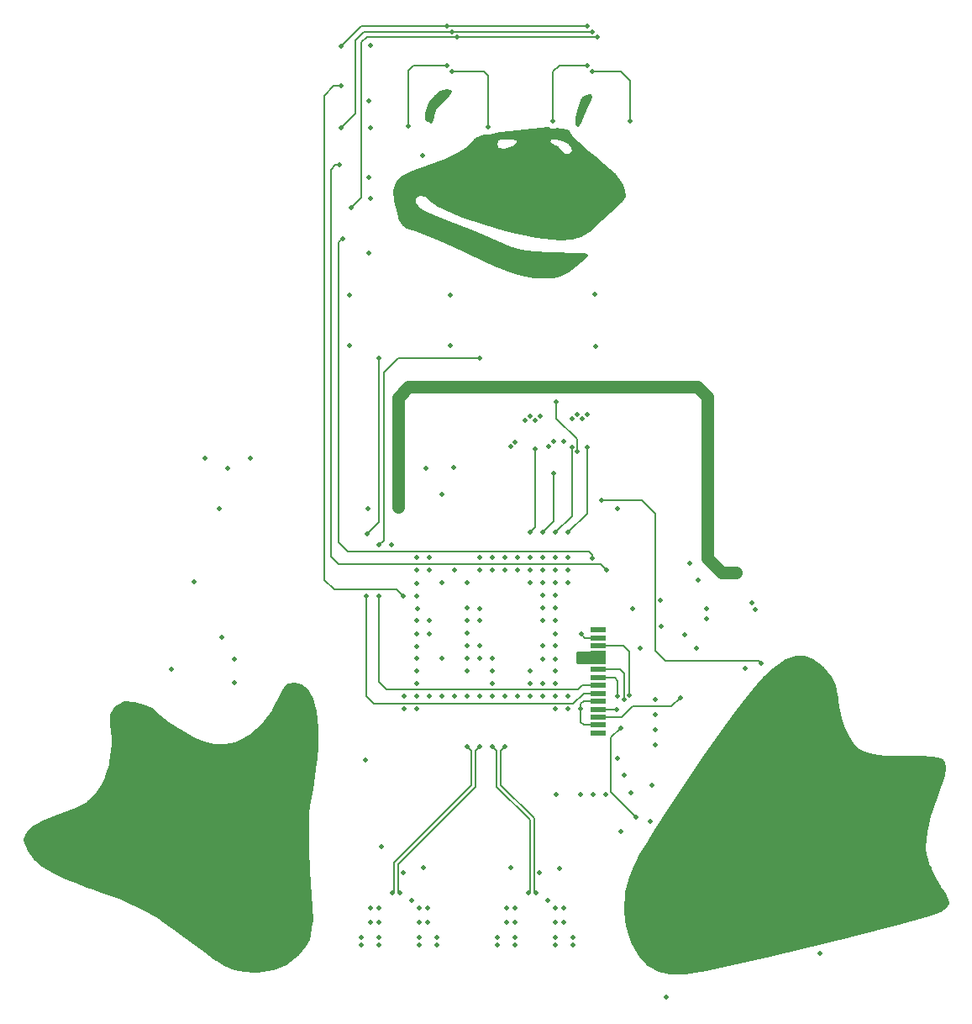
<source format=gbr>
G04 #@! TF.GenerationSoftware,KiCad,Pcbnew,(2018-02-05 revision d1a45d147)-makepkg*
G04 #@! TF.CreationDate,2019-11-12T11:54:18-08:00*
G04 #@! TF.ProjectId,lichen-badge,6C696368656E2D62616467652E6B6963,rev?*
G04 #@! TF.SameCoordinates,Original*
G04 #@! TF.FileFunction,Copper,L4,Bot,Signal*
G04 #@! TF.FilePolarity,Positive*
%FSLAX46Y46*%
G04 Gerber Fmt 4.6, Leading zero omitted, Abs format (unit mm)*
G04 Created by KiCad (PCBNEW (2018-02-05 revision d1a45d147)-makepkg) date 11/12/19 11:54:18*
%MOMM*%
%LPD*%
G01*
G04 APERTURE LIST*
%ADD10R,1.500000X0.500000*%
%ADD11C,0.508000*%
%ADD12C,0.152400*%
%ADD13C,1.270000*%
%ADD14C,0.200000*%
%ADD15C,0.254000*%
G04 APERTURE END LIST*
D10*
X110220400Y-145662000D03*
X110220400Y-144862000D03*
X110220400Y-144062000D03*
X110220400Y-143262000D03*
X110220400Y-142462000D03*
X110220400Y-141662000D03*
X110220400Y-140862000D03*
X110220400Y-140062000D03*
X110220400Y-139262000D03*
X110220400Y-138462000D03*
X110220400Y-137662000D03*
X110220400Y-136862000D03*
X110220400Y-136062000D03*
X110220400Y-135262000D03*
D11*
X105257600Y-116763800D03*
X105765600Y-116332000D03*
X109093000Y-113614200D03*
X108610400Y-114046000D03*
X90678000Y-141986000D03*
X91965781Y-130581399D03*
X101396800Y-116814600D03*
X101879400Y-116357400D03*
X91968323Y-131843779D03*
X91983560Y-133111240D03*
X91973400Y-134355840D03*
X91968320Y-135653780D03*
X91970860Y-136908540D03*
X93218000Y-135653780D03*
X93215460Y-134345680D03*
X98300540Y-133101080D03*
X98285300Y-134350760D03*
X98282760Y-136903460D03*
X97030540Y-136895840D03*
X91968320Y-129286000D03*
X93212920Y-129286000D03*
X91968320Y-127980440D03*
X93220540Y-127975360D03*
X95758000Y-129235200D03*
X98298000Y-129235200D03*
X100838000Y-127965200D03*
X102108000Y-127965200D03*
X102108000Y-129286000D03*
X100838000Y-129286000D03*
X99568000Y-129286000D03*
X91973400Y-138176000D03*
X91973400Y-139420600D03*
X91973400Y-140716000D03*
X91973400Y-141986000D03*
X93218000Y-141986000D03*
X94513400Y-141986000D03*
X95783400Y-141986000D03*
X97028000Y-141986000D03*
X98323400Y-141986000D03*
X99568000Y-141986000D03*
X99568000Y-140690600D03*
X99568000Y-139420600D03*
X99568000Y-138150600D03*
X97028000Y-133096000D03*
X97028000Y-134340600D03*
X97028000Y-135636000D03*
X97028000Y-138150600D03*
X98298000Y-138150600D03*
X91973400Y-143256000D03*
X90678000Y-143256000D03*
X100838000Y-141986000D03*
X102108000Y-141986000D03*
X103378000Y-141986000D03*
X104648000Y-141986000D03*
X104648000Y-140690600D03*
X103378000Y-140690600D03*
X103378000Y-139420600D03*
X105918000Y-139420600D03*
X105918000Y-140690600D03*
X105918000Y-138201400D03*
X104648000Y-138201400D03*
X104648000Y-136906000D03*
X105918000Y-136906000D03*
X105918000Y-135661400D03*
X105918000Y-134366000D03*
X104673400Y-134366000D03*
X104673400Y-133096000D03*
X105918000Y-133096000D03*
X105918000Y-131800600D03*
X105918000Y-130556000D03*
X105918000Y-129286000D03*
X104648000Y-129286000D03*
X104648000Y-130556000D03*
X104648000Y-131800600D03*
X103378000Y-130556000D03*
X103378000Y-129286000D03*
X103378000Y-127965200D03*
X104648000Y-127965200D03*
X105918000Y-127965200D03*
X107188000Y-127965200D03*
X107188000Y-129286000D03*
X107188000Y-130556000D03*
X105918000Y-141986000D03*
X107188000Y-141986000D03*
X107188000Y-143256000D03*
X105918000Y-143256000D03*
X102870000Y-114198400D03*
X103378000Y-113766600D03*
X103886000Y-114198400D03*
X104368600Y-113766600D03*
X86791800Y-148412200D03*
X86995000Y-123063000D03*
X112141000Y-123063000D03*
X112141000Y-148209000D03*
X121183400Y-133121400D03*
X121183400Y-134137400D03*
X113741200Y-133123940D03*
X116586000Y-134884160D03*
X118986300Y-135788400D03*
X119489220Y-128572260D03*
X125719840Y-132544820D03*
X126037340Y-133187440D03*
X70589140Y-117955060D03*
X72867520Y-119039640D03*
X75135740Y-117955060D03*
X88386920Y-157109160D03*
X85140800Y-101518720D03*
X95305880Y-101523800D03*
X92859860Y-118996460D03*
X95666320Y-118874300D03*
X85138260Y-106667300D03*
X95303340Y-106639360D03*
X109979460Y-106725720D03*
X109931200Y-101452680D03*
X90601800Y-159715200D03*
X91465400Y-162534600D03*
X105181400Y-162560000D03*
X98323400Y-127965200D03*
X99568000Y-127965200D03*
X104310180Y-159682180D03*
X106352340Y-159260540D03*
X92656660Y-159245300D03*
X105968800Y-151815800D03*
X69496940Y-130456940D03*
X72019160Y-123075700D03*
X67177920Y-139197080D03*
X73553320Y-140609320D03*
X73560940Y-138247120D03*
X72260460Y-136034780D03*
X115448080Y-154541220D03*
X112514380Y-155610560D03*
X113565940Y-151691340D03*
X112862360Y-149905720D03*
X108498640Y-135648700D03*
X108491020Y-143253460D03*
X125041660Y-139136120D03*
X87122000Y-97332800D03*
X87122000Y-89712800D03*
X87147400Y-81965800D03*
X87274400Y-91795600D03*
X87325200Y-84683600D03*
X87325200Y-76454000D03*
X103886000Y-117017874D03*
X103378000Y-125476000D03*
X104648000Y-125476000D03*
X105765600Y-119507000D03*
X105918000Y-125476000D03*
X107594400Y-116890800D03*
X107188000Y-125476000D03*
X109118400Y-116890800D03*
X106032300Y-112280700D03*
X108108940Y-117346920D03*
X106756200Y-116332000D03*
X107594400Y-114046000D03*
X108102400Y-113614200D03*
X97002600Y-130530600D03*
X94488000Y-138099800D03*
X97028000Y-139420600D03*
X120167400Y-137160000D03*
X114427000Y-137160000D03*
X116479320Y-132303520D03*
X120284240Y-130225800D03*
X115615720Y-150924260D03*
X111000540Y-151892000D03*
X109722920Y-151889460D03*
X108460540Y-151889460D03*
X116027200Y-146862800D03*
X116027200Y-145338800D03*
X116027200Y-143814800D03*
X116027200Y-142290800D03*
X108430060Y-138107420D03*
X112095280Y-143263620D03*
X114046000Y-154101800D03*
X112496600Y-145161000D03*
X107696000Y-166979600D03*
X100965000Y-164744400D03*
X105918000Y-164744400D03*
X101854000Y-164744400D03*
X107696000Y-166268400D03*
X101854000Y-163322000D03*
X101854000Y-166979600D03*
X105892600Y-166979600D03*
X100965000Y-163322000D03*
X100101400Y-166979600D03*
X105918000Y-163322000D03*
X106781600Y-163322000D03*
X105892600Y-166268400D03*
X100076000Y-166268400D03*
X101879400Y-166268400D03*
X106781600Y-164744400D03*
X92176600Y-166268400D03*
X92176600Y-166979600D03*
X93980000Y-166979600D03*
X93980000Y-166268400D03*
X88163400Y-166268400D03*
X86360000Y-166268400D03*
X88138000Y-166979600D03*
X86385400Y-166979600D03*
X93065600Y-164744400D03*
X93065600Y-163322000D03*
X92202000Y-163322000D03*
X92202000Y-164744400D03*
X88138000Y-164744400D03*
X87249000Y-164744400D03*
X88138000Y-163322000D03*
X87249000Y-163322000D03*
X117055900Y-172252640D03*
X132613400Y-167833040D03*
X86956900Y-125569980D03*
X88120224Y-107876340D03*
X101396800Y-159181800D03*
X89407986Y-126745988D03*
X90043000Y-122859800D03*
X124129800Y-129540000D03*
X94462600Y-130530600D03*
X94488000Y-121640600D03*
X92537280Y-87515700D03*
X88145620Y-126746000D03*
X98254818Y-107904280D03*
X94996000Y-78435200D03*
X91109800Y-84582000D03*
X99110800Y-84607400D03*
X95504000Y-79070200D03*
X105664000Y-84023200D03*
X109118400Y-78435200D03*
X109626400Y-79070200D03*
X113436400Y-84048600D03*
X97028000Y-147066000D03*
X89460800Y-161798000D03*
X98298000Y-147066000D03*
X90218800Y-161798000D03*
X99568000Y-147066000D03*
X103176800Y-161798000D03*
X100838000Y-147066000D03*
X103934800Y-161798000D03*
X112217215Y-141935191D03*
X113385600Y-141884366D03*
X112819180Y-142293340D03*
X126695200Y-138684000D03*
X110540800Y-122199400D03*
X118503700Y-142079980D03*
X88107520Y-131864100D03*
X86862918Y-131861560D03*
X96012000Y-75539600D03*
X110134400Y-75539600D03*
X85344000Y-92735400D03*
X95504000Y-75031600D03*
X109626400Y-75031600D03*
X84328000Y-84709000D03*
X94996000Y-74498200D03*
X109118400Y-74498200D03*
X84353400Y-76504800D03*
X109664500Y-128071880D03*
X84480400Y-95859600D03*
X111033560Y-129242820D03*
X84124800Y-88442800D03*
X90619580Y-131884420D03*
X84328000Y-80518000D03*
D12*
X108911940Y-136062000D02*
X108498640Y-135648700D01*
X110220400Y-136062000D02*
X108911940Y-136062000D01*
X108491020Y-142720060D02*
X108491020Y-143253460D01*
X108749080Y-142462000D02*
X108491020Y-142720060D01*
X110220400Y-142462000D02*
X108749080Y-142462000D01*
X108766060Y-144862000D02*
X108491020Y-144586960D01*
X108491020Y-144586960D02*
X108491020Y-143253460D01*
X110220400Y-144862000D02*
X108766060Y-144862000D01*
X103886000Y-117377084D02*
X103886000Y-117017874D01*
X103378000Y-125476000D02*
X103886000Y-124968000D01*
X103886000Y-124968000D02*
X103886000Y-124714000D01*
X103886000Y-124714000D02*
X103886000Y-117377084D01*
X103886000Y-124891800D02*
X103886000Y-124714000D01*
X105765600Y-119866210D02*
X105765600Y-119507000D01*
X105765600Y-124358400D02*
X105765600Y-124256800D01*
X105765600Y-124256800D02*
X105765600Y-119866210D01*
X104648000Y-125476000D02*
X105765600Y-124358400D01*
X105765600Y-124332982D02*
X105765600Y-124256800D01*
X107594400Y-123698000D02*
X107594400Y-116890800D01*
X107594400Y-123799600D02*
X107594400Y-123698000D01*
X105918000Y-125476000D02*
X107594400Y-123799600D01*
X109118400Y-123494800D02*
X109118400Y-116890800D01*
X109118400Y-123545600D02*
X109118400Y-123494800D01*
X107188000Y-125476000D02*
X109118400Y-123545600D01*
X108108940Y-116064220D02*
X108108940Y-117346920D01*
X106032300Y-113987580D02*
X108108940Y-116064220D01*
X106032300Y-112280700D02*
X106032300Y-113987580D01*
X112093660Y-143262000D02*
X112095280Y-143263620D01*
X110220400Y-143262000D02*
X112093660Y-143262000D01*
X111539020Y-151594820D02*
X111539020Y-146118580D01*
X111539020Y-146118580D02*
X112496600Y-145161000D01*
X114046000Y-154101800D02*
X111539020Y-151594820D01*
X88120224Y-108364010D02*
X88120224Y-107876340D01*
X88120224Y-124406656D02*
X88120224Y-108364010D01*
X86956900Y-125569980D02*
X88120224Y-124406656D01*
D13*
X90043000Y-111851440D02*
X90043000Y-122859800D01*
X120253760Y-110794800D02*
X91099640Y-110794800D01*
X122707400Y-129540000D02*
X121234200Y-128066800D01*
X121234200Y-128066800D02*
X121234200Y-111775240D01*
X91099640Y-110794800D02*
X90043000Y-111851440D01*
X124129800Y-129540000D02*
X122707400Y-129540000D01*
X121234200Y-111775240D02*
X120253760Y-110794800D01*
D12*
X88145620Y-126746000D02*
X88646000Y-126245620D01*
X88646000Y-126245620D02*
X88646000Y-109334300D01*
X88646000Y-109334300D02*
X90076020Y-107904280D01*
X97895608Y-107904280D02*
X98254818Y-107904280D01*
X90076020Y-107904280D02*
X97895608Y-107904280D01*
X91643200Y-78435200D02*
X91109800Y-78968600D01*
X91109800Y-78968600D02*
X91109800Y-84582000D01*
X94996000Y-78435200D02*
X91643200Y-78435200D01*
X99110800Y-84607400D02*
X99110800Y-79502000D01*
X98679000Y-79070200D02*
X95504000Y-79070200D01*
X99110800Y-79502000D02*
X98679000Y-79070200D01*
X105664000Y-84023200D02*
X105664000Y-83663990D01*
X105664000Y-83663990D02*
X105664000Y-79070200D01*
X106299000Y-78435200D02*
X109118400Y-78435200D01*
X105664000Y-79070200D02*
X106299000Y-78435200D01*
X109626400Y-79070200D02*
X112522000Y-79070200D01*
X113436400Y-79984600D02*
X113436400Y-84048600D01*
X112522000Y-79070200D02*
X113436400Y-79984600D01*
D14*
X89614800Y-161644000D02*
X89460800Y-161798000D01*
X89614800Y-158733000D02*
X89614800Y-161644000D01*
X97028000Y-147066000D02*
X97438000Y-147476000D01*
X97438000Y-150909800D02*
X89614800Y-158733000D01*
X97438000Y-147476000D02*
X97438000Y-150909800D01*
X98298000Y-147066000D02*
X97888000Y-147476000D01*
X97888000Y-147476000D02*
X97888000Y-151096200D01*
X90064800Y-158919400D02*
X90064800Y-161644000D01*
X97888000Y-151096200D02*
X90064800Y-158919400D01*
X90064800Y-161644000D02*
X90218800Y-161798000D01*
X99978000Y-151070800D02*
X103330800Y-154423600D01*
X103330800Y-154423600D02*
X103330800Y-161644000D01*
X99978000Y-147476000D02*
X99978000Y-151070800D01*
X99568000Y-147066000D02*
X99978000Y-147476000D01*
X103330800Y-161644000D02*
X103176800Y-161798000D01*
X103780800Y-154237200D02*
X103780800Y-161644000D01*
X100428000Y-150884400D02*
X103780800Y-154237200D01*
X100428000Y-147476000D02*
X100428000Y-150884400D01*
X100838000Y-147066000D02*
X100428000Y-147476000D01*
X103780800Y-161644000D02*
X103934800Y-161798000D01*
D12*
X112217215Y-141575981D02*
X112217215Y-141935191D01*
X112217215Y-140383275D02*
X112217215Y-141575981D01*
X111895940Y-140062000D02*
X112217215Y-140383275D01*
X110220400Y-140062000D02*
X111895940Y-140062000D01*
X113385600Y-141525156D02*
X113385600Y-141884366D01*
X112790420Y-136862000D02*
X113385600Y-137457180D01*
X113385600Y-137457180D02*
X113385600Y-141525156D01*
X110220400Y-136862000D02*
X112790420Y-136862000D01*
X112434520Y-139262000D02*
X110220400Y-139262000D01*
X112819180Y-139646660D02*
X112434520Y-139262000D01*
X112819180Y-142293340D02*
X112819180Y-139646660D01*
X126441201Y-138430001D02*
X117017801Y-138430001D01*
X126695200Y-138684000D02*
X126441201Y-138430001D01*
X115996719Y-137408919D02*
X115996719Y-123565919D01*
X117017801Y-138430001D02*
X115996719Y-137408919D01*
X114630200Y-122199400D02*
X110540800Y-122199400D01*
X115996719Y-123565919D02*
X114630200Y-122199400D01*
X112627860Y-144062000D02*
X110220400Y-144062000D01*
X113698020Y-142991840D02*
X112627860Y-144062000D01*
X117591840Y-142991840D02*
X113698020Y-142991840D01*
X118503700Y-142079980D02*
X117591840Y-142991840D01*
X88102440Y-131869180D02*
X88107520Y-131864100D01*
X88102440Y-140477240D02*
X88102440Y-131869180D01*
X110220400Y-140862000D02*
X108624420Y-140862000D01*
X88912700Y-141287500D02*
X88102440Y-140477240D01*
X108624420Y-140862000D02*
X108198920Y-141287500D01*
X108198920Y-141287500D02*
X88912700Y-141287500D01*
X87635080Y-142704820D02*
X86862918Y-141932658D01*
X110220400Y-141662000D02*
X108764220Y-141662000D01*
X86862918Y-132220770D02*
X86862918Y-131861560D01*
X86862918Y-141932658D02*
X86862918Y-132220770D01*
X107721400Y-142704820D02*
X87635080Y-142704820D01*
X108764220Y-141662000D02*
X107721400Y-142704820D01*
X110134400Y-75539600D02*
X96012000Y-75539600D01*
X86918800Y-75539600D02*
X96012000Y-75539600D01*
X86360000Y-76098400D02*
X86918800Y-75539600D01*
X86360000Y-91719400D02*
X86360000Y-76098400D01*
X85344000Y-92735400D02*
X86360000Y-91719400D01*
X109626400Y-75031600D02*
X95504000Y-75031600D01*
X85750400Y-75869800D02*
X86588600Y-75031600D01*
X85750400Y-83286600D02*
X85750400Y-75869800D01*
X86588600Y-75031600D02*
X95504000Y-75031600D01*
X84328000Y-84709000D02*
X85750400Y-83286600D01*
X109118400Y-74498200D02*
X94996000Y-74498200D01*
X86360000Y-74498200D02*
X94996000Y-74498200D01*
X84353400Y-76504800D02*
X86360000Y-74498200D01*
X109664500Y-128071880D02*
X109664500Y-127712670D01*
X109664500Y-127712670D02*
X109335370Y-127383540D01*
X85039200Y-127383540D02*
X84084160Y-126428500D01*
X109335370Y-127383540D02*
X85039200Y-127383540D01*
X84084160Y-126428500D02*
X84084160Y-97165160D01*
X84084160Y-97165160D02*
X84084160Y-96481900D01*
X84084160Y-96230440D02*
X84084160Y-97165160D01*
X84455000Y-95859600D02*
X84084160Y-96230440D01*
X84480400Y-95859600D02*
X84455000Y-95859600D01*
X84056220Y-128678940D02*
X83306920Y-127929640D01*
X110469680Y-128678940D02*
X84056220Y-128678940D01*
X111033560Y-129242820D02*
X110469680Y-128678940D01*
X83306920Y-88901470D02*
X83306920Y-88981280D01*
X83765590Y-88442800D02*
X83306920Y-88901470D01*
X84124800Y-88442800D02*
X83765590Y-88442800D01*
X83306920Y-127929640D02*
X83306920Y-88981280D01*
X83601560Y-131203700D02*
X89938860Y-131203700D01*
X84328000Y-80518000D02*
X83566000Y-80518000D01*
X89938860Y-131203700D02*
X90619580Y-131884420D01*
X83566000Y-80518000D02*
X82626200Y-81457800D01*
X82626200Y-81457800D02*
X82626200Y-130228340D01*
X82626200Y-130228340D02*
X83601560Y-131203700D01*
D15*
G36*
X105242901Y-84811021D02*
X105404688Y-84878036D01*
X105576441Y-84912200D01*
X105751559Y-84912200D01*
X105923312Y-84878036D01*
X106038134Y-84830475D01*
X106139713Y-84846102D01*
X106142857Y-84846546D01*
X106611063Y-84906637D01*
X107015871Y-85003597D01*
X107159348Y-85071236D01*
X107456622Y-85501437D01*
X107470527Y-85518260D01*
X108196967Y-86257400D01*
X108203598Y-86263679D01*
X108907178Y-86883439D01*
X108910066Y-86885907D01*
X109905259Y-87711003D01*
X110837880Y-88499170D01*
X111806117Y-89376635D01*
X112287178Y-89927126D01*
X112622303Y-90467730D01*
X112806851Y-90997406D01*
X112822845Y-91527501D01*
X112484512Y-92048905D01*
X112174939Y-92300433D01*
X112166217Y-92308211D01*
X111468168Y-92991030D01*
X110684914Y-93741331D01*
X109307701Y-94997471D01*
X108447963Y-95536042D01*
X107489642Y-95824278D01*
X106368826Y-95906289D01*
X103931178Y-95669330D01*
X101175784Y-95054490D01*
X99726510Y-94654865D01*
X98112448Y-94120223D01*
X96490592Y-93558519D01*
X94080585Y-92467195D01*
X93431042Y-92059687D01*
X92851278Y-91499915D01*
X92831758Y-91484461D01*
X92809599Y-91473112D01*
X92783648Y-91465958D01*
X92257868Y-91379598D01*
X92233024Y-91377990D01*
X92208343Y-91381261D01*
X92174582Y-91394477D01*
X91780882Y-91617997D01*
X91760540Y-91632352D01*
X91743390Y-91650399D01*
X91732822Y-91666304D01*
X91674402Y-91770444D01*
X91664408Y-91793247D01*
X91659055Y-91817561D01*
X91658192Y-91835262D01*
X91665812Y-92195942D01*
X91668775Y-92220661D01*
X91676504Y-92244327D01*
X91688636Y-92265938D01*
X91935016Y-92618998D01*
X91951196Y-92637920D01*
X91966065Y-92650173D01*
X92557885Y-93066733D01*
X92574188Y-93076471D01*
X93595268Y-93587011D01*
X93604840Y-93591312D01*
X94498920Y-93949452D01*
X94499862Y-93949825D01*
X97781957Y-95234233D01*
X101231721Y-96729385D01*
X101248040Y-96735172D01*
X102411360Y-97060292D01*
X102426584Y-97063556D01*
X103721984Y-97259136D01*
X103734642Y-97260403D01*
X105319602Y-97339143D01*
X105323674Y-97339279D01*
X108355818Y-97392519D01*
X108751112Y-97435051D01*
X108961022Y-97458636D01*
X109072330Y-97500905D01*
X109056405Y-97522323D01*
X108926436Y-97678285D01*
X107937155Y-98499338D01*
X107143863Y-99091797D01*
X106296786Y-99564872D01*
X105689675Y-99722092D01*
X104956645Y-99734474D01*
X103695132Y-99681702D01*
X102461381Y-99435955D01*
X101318610Y-99086075D01*
X99775332Y-98491534D01*
X98867489Y-98107154D01*
X95643741Y-96604431D01*
X95643597Y-96604364D01*
X94315177Y-95987144D01*
X94311051Y-95985315D01*
X92908971Y-95393495D01*
X92902860Y-95391100D01*
X91739540Y-94969460D01*
X91739230Y-94969348D01*
X90916681Y-94673628D01*
X90714134Y-94520540D01*
X90576925Y-94414822D01*
X90532902Y-94346786D01*
X90532903Y-94346786D01*
X90186032Y-93810489D01*
X90133054Y-93603183D01*
X90046990Y-93236146D01*
X90046367Y-93233608D01*
X89739152Y-92034966D01*
X89653205Y-90993780D01*
X89905325Y-90204120D01*
X90497498Y-89616742D01*
X91486543Y-89086277D01*
X94790029Y-87890537D01*
X94798563Y-87887093D01*
X96170163Y-87274953D01*
X96187975Y-87265228D01*
X97115075Y-86658168D01*
X97139271Y-86637574D01*
X97418202Y-86332228D01*
X99890362Y-86332228D01*
X99893548Y-86356920D01*
X99901490Y-86380515D01*
X100084370Y-86786915D01*
X100100593Y-86813606D01*
X100117881Y-86831521D01*
X100138332Y-86845719D01*
X100161160Y-86855655D01*
X100185487Y-86860946D01*
X100708727Y-86921906D01*
X100741560Y-86921457D01*
X100765734Y-86915504D01*
X101527734Y-86646264D01*
X101555103Y-86632697D01*
X102042783Y-86312657D01*
X102062907Y-86296282D01*
X102078701Y-86277036D01*
X102090437Y-86255080D01*
X102097664Y-86231255D01*
X102100104Y-86206479D01*
X102100104Y-86068498D01*
X105224441Y-86068498D01*
X105225728Y-86093361D01*
X105231840Y-86117496D01*
X105242543Y-86139974D01*
X105257426Y-86159932D01*
X105465706Y-86388532D01*
X105490778Y-86409745D01*
X105512925Y-86421117D01*
X105536866Y-86427950D01*
X105686977Y-86455243D01*
X106046528Y-86632743D01*
X106272578Y-86920015D01*
X106281506Y-86930193D01*
X106698066Y-87356913D01*
X106711734Y-87369034D01*
X106732890Y-87382159D01*
X106756199Y-87390905D01*
X106780767Y-87394936D01*
X107253207Y-87425416D01*
X107277820Y-87424611D01*
X107302072Y-87418985D01*
X107324761Y-87408735D01*
X107345014Y-87394256D01*
X107629494Y-87145336D01*
X107645157Y-87128942D01*
X107658697Y-87108049D01*
X107667901Y-87084917D01*
X107672415Y-87060433D01*
X107672065Y-87035539D01*
X107631425Y-86674859D01*
X107625267Y-86647622D01*
X107614872Y-86624999D01*
X107600264Y-86604839D01*
X107403423Y-86382762D01*
X107252268Y-86201376D01*
X107236854Y-86185827D01*
X107216381Y-86171661D01*
X106667741Y-85866861D01*
X106636866Y-85854671D01*
X106027266Y-85702271D01*
X106013170Y-85699583D01*
X105988287Y-85698742D01*
X105515847Y-85729222D01*
X105484955Y-85735118D01*
X105462130Y-85745062D01*
X105441685Y-85759268D01*
X105424403Y-85777189D01*
X105251683Y-85995629D01*
X105236356Y-86020399D01*
X105228030Y-86043862D01*
X105224441Y-86068498D01*
X102100104Y-86068498D01*
X102100104Y-85962639D01*
X102099062Y-85946401D01*
X102093473Y-85922140D01*
X102083260Y-85899435D01*
X102068812Y-85879159D01*
X102050687Y-85862091D01*
X102029581Y-85848888D01*
X102006304Y-85840055D01*
X101518624Y-85707975D01*
X101489801Y-85703634D01*
X101047841Y-85688394D01*
X101035781Y-85688552D01*
X100365221Y-85729192D01*
X100332179Y-85735666D01*
X100309493Y-85745922D01*
X100009773Y-85918642D01*
X99982308Y-85939963D01*
X99966747Y-85959396D01*
X99955275Y-85981493D01*
X99948335Y-86005402D01*
X99892455Y-86305122D01*
X99890362Y-86332228D01*
X97418202Y-86332228D01*
X97800791Y-85913410D01*
X98059160Y-85728861D01*
X98740176Y-85496974D01*
X98896798Y-85471249D01*
X99023241Y-85496400D01*
X99198359Y-85496400D01*
X99370112Y-85462236D01*
X99531899Y-85395221D01*
X99588035Y-85357712D01*
X100306508Y-85239702D01*
X101244211Y-85095634D01*
X102032716Y-85024871D01*
X102033231Y-85024823D01*
X102818091Y-84951163D01*
X102818129Y-84951160D01*
X103599771Y-84877564D01*
X105148711Y-84748085D01*
X105242901Y-84811021D01*
X105242901Y-84811021D01*
G37*
X105242901Y-84811021D02*
X105404688Y-84878036D01*
X105576441Y-84912200D01*
X105751559Y-84912200D01*
X105923312Y-84878036D01*
X106038134Y-84830475D01*
X106139713Y-84846102D01*
X106142857Y-84846546D01*
X106611063Y-84906637D01*
X107015871Y-85003597D01*
X107159348Y-85071236D01*
X107456622Y-85501437D01*
X107470527Y-85518260D01*
X108196967Y-86257400D01*
X108203598Y-86263679D01*
X108907178Y-86883439D01*
X108910066Y-86885907D01*
X109905259Y-87711003D01*
X110837880Y-88499170D01*
X111806117Y-89376635D01*
X112287178Y-89927126D01*
X112622303Y-90467730D01*
X112806851Y-90997406D01*
X112822845Y-91527501D01*
X112484512Y-92048905D01*
X112174939Y-92300433D01*
X112166217Y-92308211D01*
X111468168Y-92991030D01*
X110684914Y-93741331D01*
X109307701Y-94997471D01*
X108447963Y-95536042D01*
X107489642Y-95824278D01*
X106368826Y-95906289D01*
X103931178Y-95669330D01*
X101175784Y-95054490D01*
X99726510Y-94654865D01*
X98112448Y-94120223D01*
X96490592Y-93558519D01*
X94080585Y-92467195D01*
X93431042Y-92059687D01*
X92851278Y-91499915D01*
X92831758Y-91484461D01*
X92809599Y-91473112D01*
X92783648Y-91465958D01*
X92257868Y-91379598D01*
X92233024Y-91377990D01*
X92208343Y-91381261D01*
X92174582Y-91394477D01*
X91780882Y-91617997D01*
X91760540Y-91632352D01*
X91743390Y-91650399D01*
X91732822Y-91666304D01*
X91674402Y-91770444D01*
X91664408Y-91793247D01*
X91659055Y-91817561D01*
X91658192Y-91835262D01*
X91665812Y-92195942D01*
X91668775Y-92220661D01*
X91676504Y-92244327D01*
X91688636Y-92265938D01*
X91935016Y-92618998D01*
X91951196Y-92637920D01*
X91966065Y-92650173D01*
X92557885Y-93066733D01*
X92574188Y-93076471D01*
X93595268Y-93587011D01*
X93604840Y-93591312D01*
X94498920Y-93949452D01*
X94499862Y-93949825D01*
X97781957Y-95234233D01*
X101231721Y-96729385D01*
X101248040Y-96735172D01*
X102411360Y-97060292D01*
X102426584Y-97063556D01*
X103721984Y-97259136D01*
X103734642Y-97260403D01*
X105319602Y-97339143D01*
X105323674Y-97339279D01*
X108355818Y-97392519D01*
X108751112Y-97435051D01*
X108961022Y-97458636D01*
X109072330Y-97500905D01*
X109056405Y-97522323D01*
X108926436Y-97678285D01*
X107937155Y-98499338D01*
X107143863Y-99091797D01*
X106296786Y-99564872D01*
X105689675Y-99722092D01*
X104956645Y-99734474D01*
X103695132Y-99681702D01*
X102461381Y-99435955D01*
X101318610Y-99086075D01*
X99775332Y-98491534D01*
X98867489Y-98107154D01*
X95643741Y-96604431D01*
X95643597Y-96604364D01*
X94315177Y-95987144D01*
X94311051Y-95985315D01*
X92908971Y-95393495D01*
X92902860Y-95391100D01*
X91739540Y-94969460D01*
X91739230Y-94969348D01*
X90916681Y-94673628D01*
X90714134Y-94520540D01*
X90576925Y-94414822D01*
X90532902Y-94346786D01*
X90532903Y-94346786D01*
X90186032Y-93810489D01*
X90133054Y-93603183D01*
X90046990Y-93236146D01*
X90046367Y-93233608D01*
X89739152Y-92034966D01*
X89653205Y-90993780D01*
X89905325Y-90204120D01*
X90497498Y-89616742D01*
X91486543Y-89086277D01*
X94790029Y-87890537D01*
X94798563Y-87887093D01*
X96170163Y-87274953D01*
X96187975Y-87265228D01*
X97115075Y-86658168D01*
X97139271Y-86637574D01*
X97418202Y-86332228D01*
X99890362Y-86332228D01*
X99893548Y-86356920D01*
X99901490Y-86380515D01*
X100084370Y-86786915D01*
X100100593Y-86813606D01*
X100117881Y-86831521D01*
X100138332Y-86845719D01*
X100161160Y-86855655D01*
X100185487Y-86860946D01*
X100708727Y-86921906D01*
X100741560Y-86921457D01*
X100765734Y-86915504D01*
X101527734Y-86646264D01*
X101555103Y-86632697D01*
X102042783Y-86312657D01*
X102062907Y-86296282D01*
X102078701Y-86277036D01*
X102090437Y-86255080D01*
X102097664Y-86231255D01*
X102100104Y-86206479D01*
X102100104Y-86068498D01*
X105224441Y-86068498D01*
X105225728Y-86093361D01*
X105231840Y-86117496D01*
X105242543Y-86139974D01*
X105257426Y-86159932D01*
X105465706Y-86388532D01*
X105490778Y-86409745D01*
X105512925Y-86421117D01*
X105536866Y-86427950D01*
X105686977Y-86455243D01*
X106046528Y-86632743D01*
X106272578Y-86920015D01*
X106281506Y-86930193D01*
X106698066Y-87356913D01*
X106711734Y-87369034D01*
X106732890Y-87382159D01*
X106756199Y-87390905D01*
X106780767Y-87394936D01*
X107253207Y-87425416D01*
X107277820Y-87424611D01*
X107302072Y-87418985D01*
X107324761Y-87408735D01*
X107345014Y-87394256D01*
X107629494Y-87145336D01*
X107645157Y-87128942D01*
X107658697Y-87108049D01*
X107667901Y-87084917D01*
X107672415Y-87060433D01*
X107672065Y-87035539D01*
X107631425Y-86674859D01*
X107625267Y-86647622D01*
X107614872Y-86624999D01*
X107600264Y-86604839D01*
X107403423Y-86382762D01*
X107252268Y-86201376D01*
X107236854Y-86185827D01*
X107216381Y-86171661D01*
X106667741Y-85866861D01*
X106636866Y-85854671D01*
X106027266Y-85702271D01*
X106013170Y-85699583D01*
X105988287Y-85698742D01*
X105515847Y-85729222D01*
X105484955Y-85735118D01*
X105462130Y-85745062D01*
X105441685Y-85759268D01*
X105424403Y-85777189D01*
X105251683Y-85995629D01*
X105236356Y-86020399D01*
X105228030Y-86043862D01*
X105224441Y-86068498D01*
X102100104Y-86068498D01*
X102100104Y-85962639D01*
X102099062Y-85946401D01*
X102093473Y-85922140D01*
X102083260Y-85899435D01*
X102068812Y-85879159D01*
X102050687Y-85862091D01*
X102029581Y-85848888D01*
X102006304Y-85840055D01*
X101518624Y-85707975D01*
X101489801Y-85703634D01*
X101047841Y-85688394D01*
X101035781Y-85688552D01*
X100365221Y-85729192D01*
X100332179Y-85735666D01*
X100309493Y-85745922D01*
X100009773Y-85918642D01*
X99982308Y-85939963D01*
X99966747Y-85959396D01*
X99955275Y-85981493D01*
X99948335Y-86005402D01*
X99892455Y-86305122D01*
X99890362Y-86332228D01*
X97418202Y-86332228D01*
X97800791Y-85913410D01*
X98059160Y-85728861D01*
X98740176Y-85496974D01*
X98896798Y-85471249D01*
X99023241Y-85496400D01*
X99198359Y-85496400D01*
X99370112Y-85462236D01*
X99531899Y-85395221D01*
X99588035Y-85357712D01*
X100306508Y-85239702D01*
X101244211Y-85095634D01*
X102032716Y-85024871D01*
X102033231Y-85024823D01*
X102818091Y-84951163D01*
X102818129Y-84951160D01*
X103599771Y-84877564D01*
X105148711Y-84748085D01*
X105242901Y-84811021D01*
G36*
X80243483Y-140803313D02*
X80862157Y-141250661D01*
X81384234Y-142199669D01*
X81707956Y-143459697D01*
X81868924Y-145154894D01*
X81861395Y-145724621D01*
X81861387Y-145725480D01*
X81853796Y-146902102D01*
X81762820Y-148082268D01*
X81649041Y-149204879D01*
X81319506Y-151260671D01*
X81040194Y-152916231D01*
X81038973Y-152925568D01*
X80965313Y-153715508D01*
X80964978Y-153719935D01*
X80906558Y-154725775D01*
X80906344Y-154733139D01*
X80906344Y-155683099D01*
X80906370Y-155685670D01*
X80939390Y-157316350D01*
X80939480Y-157319210D01*
X81030920Y-159455350D01*
X81031036Y-159457590D01*
X81334990Y-164480426D01*
X81212752Y-165241294D01*
X81212631Y-165242058D01*
X81107136Y-165925264D01*
X80981154Y-166371045D01*
X80582946Y-167091262D01*
X79882839Y-167913019D01*
X78830626Y-168753782D01*
X78732331Y-168831972D01*
X77437910Y-169389912D01*
X75844757Y-169607501D01*
X75494674Y-169612432D01*
X74678530Y-169587320D01*
X73975875Y-169492970D01*
X73306666Y-169295418D01*
X72580729Y-168947366D01*
X72271925Y-168753118D01*
X72271712Y-168752984D01*
X72020465Y-168595637D01*
X71840492Y-168481570D01*
X71837188Y-168479546D01*
X71717480Y-168408698D01*
X71480664Y-168239188D01*
X71480561Y-168239115D01*
X71267201Y-168086715D01*
X71266530Y-168086239D01*
X71043010Y-167928759D01*
X71041813Y-167927926D01*
X71001504Y-167900213D01*
X70944026Y-167860229D01*
X70597933Y-167612658D01*
X70291818Y-167382440D01*
X70291733Y-167382376D01*
X69445913Y-166747376D01*
X69445287Y-166746909D01*
X67502187Y-165306729D01*
X67498666Y-165304211D01*
X66099126Y-164339011D01*
X66094334Y-164335863D01*
X65383134Y-163891363D01*
X65382732Y-163891113D01*
X64768052Y-163510113D01*
X64755863Y-163503452D01*
X62447003Y-162401092D01*
X62437610Y-162397063D01*
X61673070Y-162104963D01*
X61669730Y-162103740D01*
X60372048Y-161649171D01*
X59285186Y-161263182D01*
X59283296Y-161262527D01*
X58676499Y-161057733D01*
X57717061Y-160683071D01*
X56557907Y-160219916D01*
X55167966Y-159561523D01*
X54189391Y-158964892D01*
X53427441Y-158245134D01*
X52807027Y-157408816D01*
X52458489Y-156647922D01*
X52406479Y-156364037D01*
X52628911Y-155733814D01*
X53314112Y-155082510D01*
X54437431Y-154452356D01*
X55944000Y-153884553D01*
X57345195Y-153379412D01*
X57346857Y-153378800D01*
X57583077Y-153289900D01*
X57599471Y-153282360D01*
X58737391Y-152657520D01*
X58762094Y-152639806D01*
X59618074Y-151854946D01*
X59638600Y-151830747D01*
X60306620Y-150807127D01*
X60315281Y-150791571D01*
X60521021Y-150352151D01*
X60526241Y-150339190D01*
X60909781Y-149211430D01*
X60914446Y-149193527D01*
X61143046Y-147951467D01*
X61144556Y-147940686D01*
X61258856Y-146757046D01*
X61259435Y-146743290D01*
X61249279Y-145910461D01*
X61246741Y-145560279D01*
X61245865Y-145546285D01*
X61130200Y-144568162D01*
X61161903Y-143766288D01*
X61567634Y-143037764D01*
X62484670Y-142564992D01*
X63384275Y-142593856D01*
X64339747Y-142894147D01*
X65145548Y-143235253D01*
X66111981Y-144021419D01*
X66861075Y-144633391D01*
X66874768Y-144643141D01*
X67517388Y-145039381D01*
X67517426Y-145039404D01*
X68589306Y-145699804D01*
X68591327Y-145701023D01*
X69416827Y-146188703D01*
X69435157Y-146197631D01*
X70415597Y-146581171D01*
X70426610Y-146584908D01*
X71437530Y-146877008D01*
X71472784Y-146881999D01*
X72651344Y-146881999D01*
X72677109Y-146879358D01*
X73596589Y-146688858D01*
X73628907Y-146677439D01*
X75051307Y-145945919D01*
X75075938Y-145929350D01*
X76348478Y-144837150D01*
X76367322Y-144817036D01*
X77462062Y-143359076D01*
X77474391Y-143339023D01*
X78526430Y-141207260D01*
X79024930Y-140722737D01*
X79625958Y-140633611D01*
X80243483Y-140803313D01*
X80243483Y-140803313D01*
G37*
X80243483Y-140803313D02*
X80862157Y-141250661D01*
X81384234Y-142199669D01*
X81707956Y-143459697D01*
X81868924Y-145154894D01*
X81861395Y-145724621D01*
X81861387Y-145725480D01*
X81853796Y-146902102D01*
X81762820Y-148082268D01*
X81649041Y-149204879D01*
X81319506Y-151260671D01*
X81040194Y-152916231D01*
X81038973Y-152925568D01*
X80965313Y-153715508D01*
X80964978Y-153719935D01*
X80906558Y-154725775D01*
X80906344Y-154733139D01*
X80906344Y-155683099D01*
X80906370Y-155685670D01*
X80939390Y-157316350D01*
X80939480Y-157319210D01*
X81030920Y-159455350D01*
X81031036Y-159457590D01*
X81334990Y-164480426D01*
X81212752Y-165241294D01*
X81212631Y-165242058D01*
X81107136Y-165925264D01*
X80981154Y-166371045D01*
X80582946Y-167091262D01*
X79882839Y-167913019D01*
X78830626Y-168753782D01*
X78732331Y-168831972D01*
X77437910Y-169389912D01*
X75844757Y-169607501D01*
X75494674Y-169612432D01*
X74678530Y-169587320D01*
X73975875Y-169492970D01*
X73306666Y-169295418D01*
X72580729Y-168947366D01*
X72271925Y-168753118D01*
X72271712Y-168752984D01*
X72020465Y-168595637D01*
X71840492Y-168481570D01*
X71837188Y-168479546D01*
X71717480Y-168408698D01*
X71480664Y-168239188D01*
X71480561Y-168239115D01*
X71267201Y-168086715D01*
X71266530Y-168086239D01*
X71043010Y-167928759D01*
X71041813Y-167927926D01*
X71001504Y-167900213D01*
X70944026Y-167860229D01*
X70597933Y-167612658D01*
X70291818Y-167382440D01*
X70291733Y-167382376D01*
X69445913Y-166747376D01*
X69445287Y-166746909D01*
X67502187Y-165306729D01*
X67498666Y-165304211D01*
X66099126Y-164339011D01*
X66094334Y-164335863D01*
X65383134Y-163891363D01*
X65382732Y-163891113D01*
X64768052Y-163510113D01*
X64755863Y-163503452D01*
X62447003Y-162401092D01*
X62437610Y-162397063D01*
X61673070Y-162104963D01*
X61669730Y-162103740D01*
X60372048Y-161649171D01*
X59285186Y-161263182D01*
X59283296Y-161262527D01*
X58676499Y-161057733D01*
X57717061Y-160683071D01*
X56557907Y-160219916D01*
X55167966Y-159561523D01*
X54189391Y-158964892D01*
X53427441Y-158245134D01*
X52807027Y-157408816D01*
X52458489Y-156647922D01*
X52406479Y-156364037D01*
X52628911Y-155733814D01*
X53314112Y-155082510D01*
X54437431Y-154452356D01*
X55944000Y-153884553D01*
X57345195Y-153379412D01*
X57346857Y-153378800D01*
X57583077Y-153289900D01*
X57599471Y-153282360D01*
X58737391Y-152657520D01*
X58762094Y-152639806D01*
X59618074Y-151854946D01*
X59638600Y-151830747D01*
X60306620Y-150807127D01*
X60315281Y-150791571D01*
X60521021Y-150352151D01*
X60526241Y-150339190D01*
X60909781Y-149211430D01*
X60914446Y-149193527D01*
X61143046Y-147951467D01*
X61144556Y-147940686D01*
X61258856Y-146757046D01*
X61259435Y-146743290D01*
X61249279Y-145910461D01*
X61246741Y-145560279D01*
X61245865Y-145546285D01*
X61130200Y-144568162D01*
X61161903Y-143766288D01*
X61567634Y-143037764D01*
X62484670Y-142564992D01*
X63384275Y-142593856D01*
X64339747Y-142894147D01*
X65145548Y-143235253D01*
X66111981Y-144021419D01*
X66861075Y-144633391D01*
X66874768Y-144643141D01*
X67517388Y-145039381D01*
X67517426Y-145039404D01*
X68589306Y-145699804D01*
X68591327Y-145701023D01*
X69416827Y-146188703D01*
X69435157Y-146197631D01*
X70415597Y-146581171D01*
X70426610Y-146584908D01*
X71437530Y-146877008D01*
X71472784Y-146881999D01*
X72651344Y-146881999D01*
X72677109Y-146879358D01*
X73596589Y-146688858D01*
X73628907Y-146677439D01*
X75051307Y-145945919D01*
X75075938Y-145929350D01*
X76348478Y-144837150D01*
X76367322Y-144817036D01*
X77462062Y-143359076D01*
X77474391Y-143339023D01*
X78526430Y-141207260D01*
X79024930Y-140722737D01*
X79625958Y-140633611D01*
X80243483Y-140803313D01*
G36*
X131004996Y-137962973D02*
X131847096Y-138317928D01*
X132431687Y-138700255D01*
X132800881Y-139027607D01*
X133197449Y-139458875D01*
X133585374Y-140005948D01*
X133868796Y-140503786D01*
X134002643Y-140880992D01*
X134127145Y-141383980D01*
X134255553Y-142101553D01*
X134262768Y-142152058D01*
X134293154Y-142382483D01*
X134315961Y-142559874D01*
X134315984Y-142560051D01*
X134349004Y-142814051D01*
X134349047Y-142814380D01*
X134382067Y-143063300D01*
X134384328Y-143075635D01*
X134462960Y-143410456D01*
X134531483Y-143709926D01*
X134531690Y-143710812D01*
X134630750Y-144129912D01*
X134633799Y-144140674D01*
X134961459Y-145128734D01*
X134966205Y-145140909D01*
X135288785Y-145857189D01*
X135295620Y-145870276D01*
X135765520Y-146655136D01*
X135781021Y-146675885D01*
X136306801Y-147247385D01*
X136325372Y-147263967D01*
X136336906Y-147271466D01*
X136941426Y-147619446D01*
X136972082Y-147632096D01*
X137896642Y-147878476D01*
X137915437Y-147881995D01*
X139114317Y-148014075D01*
X139124625Y-148014788D01*
X140737525Y-148060508D01*
X140741124Y-148060559D01*
X142724406Y-148060559D01*
X143842677Y-148113450D01*
X144475770Y-148208781D01*
X144853926Y-148386604D01*
X145026670Y-148643614D01*
X145089904Y-149065174D01*
X145099397Y-149364202D01*
X145040883Y-149683593D01*
X145040720Y-149684505D01*
X145008917Y-149865537D01*
X144932236Y-150127737D01*
X144778051Y-150645898D01*
X144720578Y-150815820D01*
X144545524Y-151318149D01*
X144434321Y-151636593D01*
X143990431Y-152805927D01*
X143989639Y-152808073D01*
X143565459Y-153989173D01*
X143560866Y-154005197D01*
X143225586Y-155552057D01*
X143223492Y-155564831D01*
X143147292Y-156245551D01*
X143146562Y-156255832D01*
X143118622Y-157177852D01*
X143119226Y-157194647D01*
X143203046Y-158012527D01*
X143207035Y-158033635D01*
X143344195Y-158526395D01*
X143345405Y-158530475D01*
X143388352Y-158666894D01*
X143444006Y-158851565D01*
X143450829Y-158869286D01*
X143632836Y-159253523D01*
X143708216Y-159426897D01*
X143709254Y-159429221D01*
X143808314Y-159645121D01*
X143809129Y-159646862D01*
X143915809Y-159870382D01*
X143919824Y-159878102D01*
X144531964Y-160962682D01*
X144534403Y-160966819D01*
X144574931Y-161032677D01*
X144645575Y-161148735D01*
X144927362Y-161618380D01*
X144927844Y-161619175D01*
X145081853Y-161871648D01*
X145403978Y-162434753D01*
X145468824Y-162733880D01*
X145320056Y-163018663D01*
X145056306Y-163305754D01*
X144661732Y-163548203D01*
X143507585Y-163943767D01*
X140482489Y-164788157D01*
X134825109Y-166212659D01*
X127128318Y-168114637D01*
X121075299Y-169449601D01*
X118924862Y-169802959D01*
X117390702Y-169802959D01*
X116322545Y-169546404D01*
X115241542Y-168941733D01*
X114359357Y-168032366D01*
X113589068Y-166648837D01*
X113106559Y-165093807D01*
X113046874Y-164496962D01*
X113046428Y-164493105D01*
X112915959Y-163497025D01*
X113031157Y-161711452D01*
X113457571Y-160171346D01*
X113869671Y-159143609D01*
X114490286Y-157887243D01*
X115106902Y-156838489D01*
X115994523Y-155410687D01*
X117103302Y-153692969D01*
X120993120Y-147886171D01*
X123779716Y-143944838D01*
X124851773Y-142543307D01*
X125548747Y-141676525D01*
X126293222Y-140775052D01*
X126883164Y-140122082D01*
X127817522Y-139202794D01*
X129120925Y-138303895D01*
X130156401Y-137926913D01*
X131004996Y-137962973D01*
X131004996Y-137962973D01*
G37*
X131004996Y-137962973D02*
X131847096Y-138317928D01*
X132431687Y-138700255D01*
X132800881Y-139027607D01*
X133197449Y-139458875D01*
X133585374Y-140005948D01*
X133868796Y-140503786D01*
X134002643Y-140880992D01*
X134127145Y-141383980D01*
X134255553Y-142101553D01*
X134262768Y-142152058D01*
X134293154Y-142382483D01*
X134315961Y-142559874D01*
X134315984Y-142560051D01*
X134349004Y-142814051D01*
X134349047Y-142814380D01*
X134382067Y-143063300D01*
X134384328Y-143075635D01*
X134462960Y-143410456D01*
X134531483Y-143709926D01*
X134531690Y-143710812D01*
X134630750Y-144129912D01*
X134633799Y-144140674D01*
X134961459Y-145128734D01*
X134966205Y-145140909D01*
X135288785Y-145857189D01*
X135295620Y-145870276D01*
X135765520Y-146655136D01*
X135781021Y-146675885D01*
X136306801Y-147247385D01*
X136325372Y-147263967D01*
X136336906Y-147271466D01*
X136941426Y-147619446D01*
X136972082Y-147632096D01*
X137896642Y-147878476D01*
X137915437Y-147881995D01*
X139114317Y-148014075D01*
X139124625Y-148014788D01*
X140737525Y-148060508D01*
X140741124Y-148060559D01*
X142724406Y-148060559D01*
X143842677Y-148113450D01*
X144475770Y-148208781D01*
X144853926Y-148386604D01*
X145026670Y-148643614D01*
X145089904Y-149065174D01*
X145099397Y-149364202D01*
X145040883Y-149683593D01*
X145040720Y-149684505D01*
X145008917Y-149865537D01*
X144932236Y-150127737D01*
X144778051Y-150645898D01*
X144720578Y-150815820D01*
X144545524Y-151318149D01*
X144434321Y-151636593D01*
X143990431Y-152805927D01*
X143989639Y-152808073D01*
X143565459Y-153989173D01*
X143560866Y-154005197D01*
X143225586Y-155552057D01*
X143223492Y-155564831D01*
X143147292Y-156245551D01*
X143146562Y-156255832D01*
X143118622Y-157177852D01*
X143119226Y-157194647D01*
X143203046Y-158012527D01*
X143207035Y-158033635D01*
X143344195Y-158526395D01*
X143345405Y-158530475D01*
X143388352Y-158666894D01*
X143444006Y-158851565D01*
X143450829Y-158869286D01*
X143632836Y-159253523D01*
X143708216Y-159426897D01*
X143709254Y-159429221D01*
X143808314Y-159645121D01*
X143809129Y-159646862D01*
X143915809Y-159870382D01*
X143919824Y-159878102D01*
X144531964Y-160962682D01*
X144534403Y-160966819D01*
X144574931Y-161032677D01*
X144645575Y-161148735D01*
X144927362Y-161618380D01*
X144927844Y-161619175D01*
X145081853Y-161871648D01*
X145403978Y-162434753D01*
X145468824Y-162733880D01*
X145320056Y-163018663D01*
X145056306Y-163305754D01*
X144661732Y-163548203D01*
X143507585Y-163943767D01*
X140482489Y-164788157D01*
X134825109Y-166212659D01*
X127128318Y-168114637D01*
X121075299Y-169449601D01*
X118924862Y-169802959D01*
X117390702Y-169802959D01*
X116322545Y-169546404D01*
X115241542Y-168941733D01*
X114359357Y-168032366D01*
X113589068Y-166648837D01*
X113106559Y-165093807D01*
X113046874Y-164496962D01*
X113046428Y-164493105D01*
X112915959Y-163497025D01*
X113031157Y-161711452D01*
X113457571Y-160171346D01*
X113869671Y-159143609D01*
X114490286Y-157887243D01*
X115106902Y-156838489D01*
X115994523Y-155410687D01*
X117103302Y-153692969D01*
X120993120Y-147886171D01*
X123779716Y-143944838D01*
X124851773Y-142543307D01*
X125548747Y-141676525D01*
X126293222Y-140775052D01*
X126883164Y-140122082D01*
X127817522Y-139202794D01*
X129120925Y-138303895D01*
X130156401Y-137926913D01*
X131004996Y-137962973D01*
G36*
X110843060Y-137538247D02*
X110843060Y-138584940D01*
X108074213Y-138584940D01*
X108072168Y-137533594D01*
X110843060Y-137538247D01*
X110843060Y-137538247D01*
G37*
X110843060Y-137538247D02*
X110843060Y-138584940D01*
X108074213Y-138584940D01*
X108072168Y-137533594D01*
X110843060Y-137538247D01*
G36*
X95249817Y-80967854D02*
X95316476Y-81015468D01*
X95170144Y-81308133D01*
X94776669Y-81726199D01*
X94344869Y-82183399D01*
X94340522Y-82188245D01*
X93756322Y-82874045D01*
X93742113Y-82894488D01*
X93735083Y-82909233D01*
X93531883Y-83417233D01*
X93523430Y-83451763D01*
X93475996Y-83926108D01*
X93374768Y-84067826D01*
X93371368Y-84071226D01*
X93340193Y-84086814D01*
X93100405Y-83986902D01*
X92988895Y-83912562D01*
X92910977Y-83737247D01*
X92887800Y-83459121D01*
X92887800Y-83150629D01*
X93007272Y-82696636D01*
X93250691Y-82209797D01*
X93446230Y-81940932D01*
X93815735Y-81472892D01*
X94318954Y-81089487D01*
X94902540Y-80902740D01*
X95249817Y-80967854D01*
X95249817Y-80967854D01*
G37*
X95249817Y-80967854D02*
X95316476Y-81015468D01*
X95170144Y-81308133D01*
X94776669Y-81726199D01*
X94344869Y-82183399D01*
X94340522Y-82188245D01*
X93756322Y-82874045D01*
X93742113Y-82894488D01*
X93735083Y-82909233D01*
X93531883Y-83417233D01*
X93523430Y-83451763D01*
X93475996Y-83926108D01*
X93374768Y-84067826D01*
X93371368Y-84071226D01*
X93340193Y-84086814D01*
X93100405Y-83986902D01*
X92988895Y-83912562D01*
X92910977Y-83737247D01*
X92887800Y-83459121D01*
X92887800Y-83150629D01*
X93007272Y-82696636D01*
X93250691Y-82209797D01*
X93446230Y-81940932D01*
X93815735Y-81472892D01*
X94318954Y-81089487D01*
X94902540Y-80902740D01*
X95249817Y-80967854D01*
G36*
X109485786Y-81532782D02*
X109380637Y-81869258D01*
X109079289Y-82522180D01*
X109078546Y-82523820D01*
X108570546Y-83666820D01*
X108567246Y-83674999D01*
X108467027Y-83950601D01*
X108305772Y-84319184D01*
X108107206Y-84451561D01*
X108051600Y-84326449D01*
X108051600Y-83678111D01*
X108175689Y-82933578D01*
X108324196Y-82413804D01*
X108541931Y-81881563D01*
X108718591Y-81682821D01*
X109082020Y-81455677D01*
X109413341Y-81436188D01*
X109485786Y-81532782D01*
X109485786Y-81532782D01*
G37*
X109485786Y-81532782D02*
X109380637Y-81869258D01*
X109079289Y-82522180D01*
X109078546Y-82523820D01*
X108570546Y-83666820D01*
X108567246Y-83674999D01*
X108467027Y-83950601D01*
X108305772Y-84319184D01*
X108107206Y-84451561D01*
X108051600Y-84326449D01*
X108051600Y-83678111D01*
X108175689Y-82933578D01*
X108324196Y-82413804D01*
X108541931Y-81881563D01*
X108718591Y-81682821D01*
X109082020Y-81455677D01*
X109413341Y-81436188D01*
X109485786Y-81532782D01*
M02*

</source>
